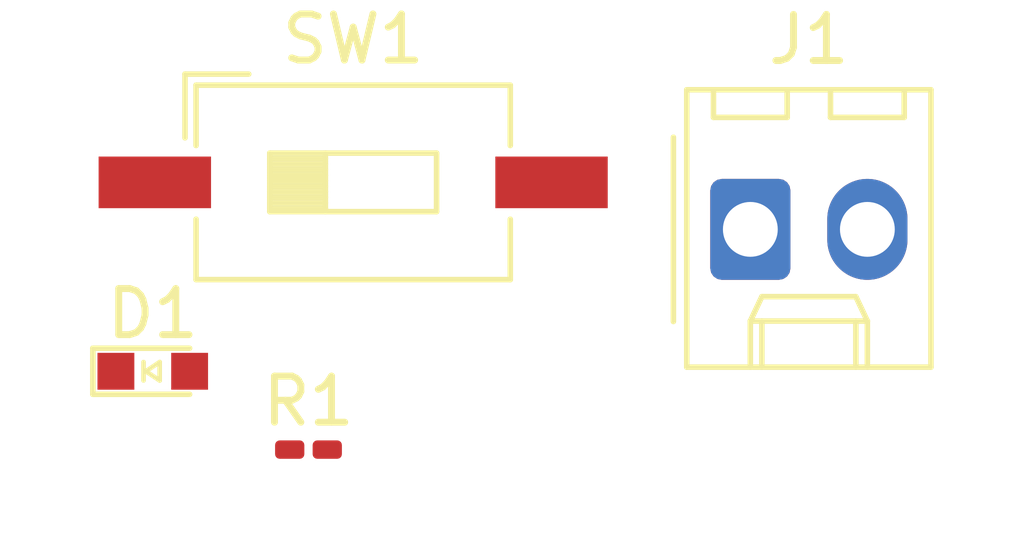
<source format=kicad_pcb>
(kicad_pcb (version 20211014) (generator pcbnew)
  (title_block (title "LED Project") (date "2022-09-08") (rev "1.0") (company "Illini Solar Car") (comment 1 "Designed By: MB"))
  (layers (0 "F.Cu" signal) (31 "B.Cu" signal) (34 "B.Paste" user) (35 "F.Paste" user) (36 "B.SilkS" user "B.Silkscreen") (37 "F.SilkS" user "F.Silkscreen") (38 "B.Mask" user) (39 "F.Mask" user) (44 "Edge.Cuts" user))
  (net 0 "")
  (net 1 "GND")
  (net 2 "Net-(D1-Pad2)")
  (net 3 "+3V3")
  (net 4 "Net-(R1-Pad2)")
  (footprint "Button_Switch_SMD:SW_DIP_SPSTx01_Slide_6.7x4.1mm_W8.61mm_P2.54mm_LowProfile" (layer "F.Cu") (at 42.45 36.54)
    (fp_text reference "SW1" (at 0 -3.11) (layer "F.SilkS"))
    (fp_text value "SW")
    (fp_line (start -1.81 0.205) (end -0.603333 0.205) (layer "F.SilkS") (width 0.12))
    (fp_line (start -1.81 -0.515) (end -0.603333 -0.515) (layer "F.SilkS") (width 0.12))
    (fp_line (start -3.41 -2.11) (end 3.41 -2.11) (layer "F.SilkS") (width 0.12))
    (fp_line (start -1.81 -0.275) (end -0.603333 -0.275) (layer "F.SilkS") (width 0.12))
    (fp_line (start -3.65 -2.35) (end -2.267 -2.35) (layer "F.SilkS") (width 0.12))
    (fp_line (start 1.81 -0.635) (end -1.81 -0.635) (layer "F.SilkS") (width 0.12))
    (fp_line (start -3.41 -2.11) (end -3.41 -0.8) (layer "F.SilkS") (width 0.12))
    (fp_line (start -1.81 0.325) (end -0.603333 0.325) (layer "F.SilkS") (width 0.12))
    (fp_line (start -0.603333 -0.635) (end -0.603333 0.635) (layer "F.SilkS") (width 0.12))
    (fp_line (start -1.81 0.445) (end -0.603333 0.445) (layer "F.SilkS") (width 0.12))
    (fp_line (start 1.81 0.635) (end 1.81 -0.635) (layer "F.SilkS") (width 0.12))
    (fp_line (start -3.65 -2.35) (end -3.65 -0.967) (layer "F.SilkS") (width 0.12))
    (fp_line (start 3.41 -2.11) (end 3.41 -0.8) (layer "F.SilkS") (width 0.12))
    (fp_line (start -1.81 0.565) (end -0.603333 0.565) (layer "F.SilkS") (width 0.12))
    (fp_line (start -1.81 -0.035) (end -0.603333 -0.035) (layer "F.SilkS") (width 0.12))
    (fp_line (start -3.41 0.8) (end -3.41 2.11) (layer "F.SilkS") (width 0.12))
    (fp_line (start -1.81 -0.155) (end -0.603333 -0.155) (layer "F.SilkS") (width 0.12))
    (fp_line (start -1.81 0.085) (end -0.603333 0.085) (layer "F.SilkS") (width 0.12))
    (fp_line (start -1.81 -0.635) (end -1.81 0.635) (layer "F.SilkS") (width 0.12))
    (fp_line (start -1.81 0.635) (end 1.81 0.635) (layer "F.SilkS") (width 0.12))
    (fp_line (start -3.41 2.11) (end 3.41 2.11) (layer "F.SilkS") (width 0.12))
    (fp_line (start -1.81 -0.395) (end -0.603333 -0.395) (layer "F.SilkS") (width 0.12))
    (fp_line (start 3.41 0.8) (end 3.41 2.11) (layer "F.SilkS") (width 0.12))
    (pad "1" smd rect (at -4.305 0) (size 2.44 1.12) (layers "F.Cu" "F.Paste" "F.Mask") (net 3 "+3V3"))
    (pad "2" smd rect (at 4.305 0) (size 2.44 1.12) (layers "F.Cu" "F.Paste" "F.Mask") (net 4 "Net-(R1-Pad2)"))
  )
  (footprint "Connector_Molex:Molex_KK-254_AE-6410-02A_1x02_P2.54mm_Vertical" (layer "F.Cu") (at 51.07 37.56)
    (fp_text reference "J1" (at 1.27 -4.12) (layer "F.SilkS"))
    (fp_text value "Conn_01x02")
    (fp_line (start -1.38 2.99) (end 3.92 2.99) (layer "F.SilkS") (width 0.12))
    (fp_line (start 3.92 -3.03) (end -1.38 -3.03) (layer "F.SilkS") (width 0.12))
    (fp_line (start 3.92 2.99) (end 3.92 -3.03) (layer "F.SilkS") (width 0.12))
    (fp_line (start 1.74 -2.43) (end 3.34 -2.43) (layer "F.SilkS") (width 0.12))
    (fp_line (start 0 1.99) (end 2.54 1.99) (layer "F.SilkS") (width 0.12))
    (fp_line (start 0.8 -2.43) (end 0.8 -3.03) (layer "F.SilkS") (width 0.12))
    (fp_line (start -0.8 -3.03) (end -0.8 -2.43) (layer "F.SilkS") (width 0.12))
    (fp_line (start 0 2.99) (end 0 1.99) (layer "F.SilkS") (width 0.12))
    (fp_line (start 2.29 1.46) (end 2.54 1.99) (layer "F.SilkS") (width 0.12))
    (fp_line (start 2.54 1.99) (end 2.54 2.99) (layer "F.SilkS") (width 0.12))
    (fp_line (start -1.67 -2) (end -1.67 2) (layer "F.SilkS") (width 0.12))
    (fp_line (start -1.38 -3.03) (end -1.38 2.99) (layer "F.SilkS") (width 0.12))
    (fp_line (start 1.74 -3.03) (end 1.74 -2.43) (layer "F.SilkS") (width 0.12))
    (fp_line (start 2.29 2.99) (end 2.29 1.99) (layer "F.SilkS") (width 0.12))
    (fp_line (start 0.25 1.46) (end 2.29 1.46) (layer "F.SilkS") (width 0.12))
    (fp_line (start 0.25 2.99) (end 0.25 1.99) (layer "F.SilkS") (width 0.12))
    (fp_line (start 3.34 -2.43) (end 3.34 -3.03) (layer "F.SilkS") (width 0.12))
    (fp_line (start -0.8 -2.43) (end 0.8 -2.43) (layer "F.SilkS") (width 0.12))
    (fp_line (start 0 1.99) (end 0.25 1.46) (layer "F.SilkS") (width 0.12))
    (pad "1" thru_hole roundrect (at 0 0) (size 1.74 2.19) (drill 1.19) (layers *.Cu *.Mask) (roundrect_rratio 0.143678) (net 1 "GND"))
    (pad "2" thru_hole oval (at 2.54 0) (size 1.74 2.19) (drill 1.19) (layers *.Cu *.Mask) (net 3 "+3V3"))
  )
  (footprint "layout:LED_0603_Symbol_on_F.SilkS" (layer "F.Cu") (at 38.1 40.64)
    (fp_text reference "D1" (at 0 -1.25) (layer "F.SilkS"))
    (fp_text value "LED_RED")
    (fp_line (start -1.3 0.5) (end 0.8 0.5) (layer "F.SilkS") (width 0.12))
    (fp_line (start 0.15 0.2) (end -0.15 0) (layer "F.SilkS") (width 0.1))
    (fp_line (start -0.2 -0.2) (end -0.2 0.2) (layer "F.SilkS") (width 0.1))
    (fp_line (start -1.3 -0.5) (end 0.8 -0.5) (layer "F.SilkS") (width 0.12))
    (fp_line (start 0.15 -0.2) (end 0.15 0.2) (layer "F.SilkS") (width 0.1))
    (fp_line (start -1.3 -0.5) (end -1.3 0.5) (layer "F.SilkS") (width 0.12))
    (fp_line (start -0.15 0) (end 0.15 -0.2) (layer "F.SilkS") (width 0.1))
    (pad "1" smd rect locked (at -0.8 0 180) (size 0.8 0.8) (layers "F.Cu" "F.Paste" "F.Mask") (net 1 "GND"))
    (pad "2" smd rect locked (at 0.8 0 180) (size 0.8 0.8) (layers "F.Cu" "F.Paste" "F.Mask") (net 2 "Net-(D1-Pad2)"))
  )
  (footprint "Resistor_SMD:R_0201_0603Metric_Pad0.64x0.40mm_HandSolder" (layer "F.Cu") (at 41.48 42.34)
    (fp_text reference "R1" (at 0 -1.05) (layer "F.SilkS"))
    (fp_text value "1000")
    (pad "1" smd roundrect (at -0.4075 0) (size 0.635 0.4) (layers "F.Cu" "F.Mask") (net 2 "Net-(D1-Pad2)"))
    (pad "2" smd roundrect (at 0.4075 0) (size 0.635 0.4) (layers "F.Cu" "F.Mask") (net 4 "Net-(R1-Pad2)"))
  )
)
</source>
